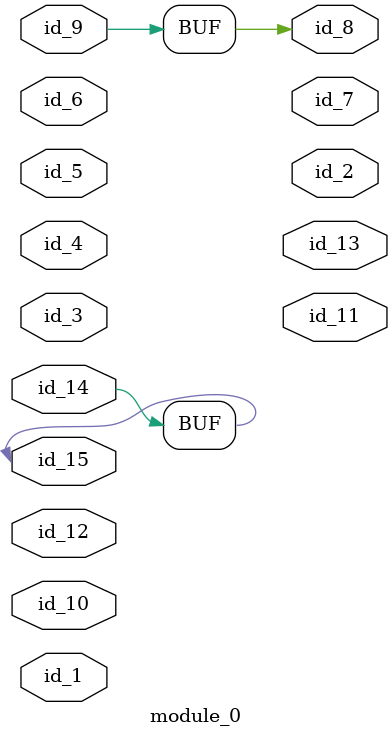
<source format=v>
module module_0 (
    id_1,
    id_2,
    id_3,
    id_4,
    id_5,
    id_6,
    id_7,
    id_8,
    id_9,
    id_10,
    id_11,
    id_12,
    id_13,
    id_14,
    id_15
);
  input id_15;
  input id_14;
  output id_13;
  input id_12;
  output id_11;
  input id_10;
  input id_9;
  output id_8;
  output id_7;
  input id_6;
  input id_5;
  input id_4;
  input id_3;
  output id_2;
  input id_1;
  assign id_14 = {id_15};
  initial id_9 = id_8;
endmodule

</source>
